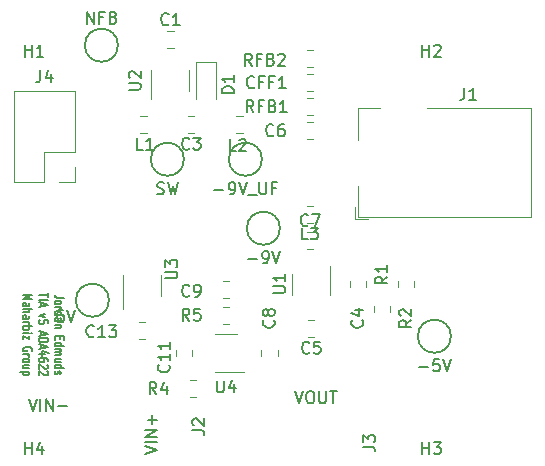
<source format=gbr>
%TF.GenerationSoftware,KiCad,Pcbnew,(5.1.6-0-10_14)*%
%TF.CreationDate,2021-02-25T14:42:38-08:00*%
%TF.ProjectId,TIADevBoard,54494144-6576-4426-9f61-72642e6b6963,rev?*%
%TF.SameCoordinates,Original*%
%TF.FileFunction,Legend,Top*%
%TF.FilePolarity,Positive*%
%FSLAX46Y46*%
G04 Gerber Fmt 4.6, Leading zero omitted, Abs format (unit mm)*
G04 Created by KiCad (PCBNEW (5.1.6-0-10_14)) date 2021-02-25 14:42:38*
%MOMM*%
%LPD*%
G01*
G04 APERTURE LIST*
%ADD10C,0.150000*%
%ADD11C,0.120000*%
G04 APERTURE END LIST*
D10*
X93241880Y-110172285D02*
X94241880Y-109838952D01*
X93241880Y-109505619D01*
X94241880Y-109172285D02*
X93241880Y-109172285D01*
X94241880Y-108696095D02*
X93241880Y-108696095D01*
X94241880Y-108124666D01*
X93241880Y-108124666D01*
X93860928Y-107648476D02*
X93860928Y-106886571D01*
X94241880Y-107267523D02*
X93479976Y-107267523D01*
X105934095Y-104862380D02*
X106267428Y-105862380D01*
X106600761Y-104862380D01*
X107124571Y-104862380D02*
X107315047Y-104862380D01*
X107410285Y-104910000D01*
X107505523Y-105005238D01*
X107553142Y-105195714D01*
X107553142Y-105529047D01*
X107505523Y-105719523D01*
X107410285Y-105814761D01*
X107315047Y-105862380D01*
X107124571Y-105862380D01*
X107029333Y-105814761D01*
X106934095Y-105719523D01*
X106886476Y-105529047D01*
X106886476Y-105195714D01*
X106934095Y-105005238D01*
X107029333Y-104910000D01*
X107124571Y-104862380D01*
X107981714Y-104862380D02*
X107981714Y-105671904D01*
X108029333Y-105767142D01*
X108076952Y-105814761D01*
X108172190Y-105862380D01*
X108362666Y-105862380D01*
X108457904Y-105814761D01*
X108505523Y-105767142D01*
X108553142Y-105671904D01*
X108553142Y-104862380D01*
X108886476Y-104862380D02*
X109457904Y-104862380D01*
X109172190Y-105862380D02*
X109172190Y-104862380D01*
X83375714Y-105497380D02*
X83709047Y-106497380D01*
X84042380Y-105497380D01*
X84375714Y-106497380D02*
X84375714Y-105497380D01*
X84851904Y-106497380D02*
X84851904Y-105497380D01*
X85423333Y-106497380D01*
X85423333Y-105497380D01*
X85899523Y-106116428D02*
X86661428Y-106116428D01*
X86370095Y-96933142D02*
X85798666Y-96933142D01*
X85684380Y-96904571D01*
X85608190Y-96847428D01*
X85570095Y-96761714D01*
X85570095Y-96704571D01*
X85570095Y-97304571D02*
X85608190Y-97247428D01*
X85646285Y-97218857D01*
X85722476Y-97190285D01*
X85951047Y-97190285D01*
X86027238Y-97218857D01*
X86065333Y-97247428D01*
X86103428Y-97304571D01*
X86103428Y-97390285D01*
X86065333Y-97447428D01*
X86027238Y-97476000D01*
X85951047Y-97504571D01*
X85722476Y-97504571D01*
X85646285Y-97476000D01*
X85608190Y-97447428D01*
X85570095Y-97390285D01*
X85570095Y-97304571D01*
X85570095Y-97761714D02*
X86103428Y-97761714D01*
X85951047Y-97761714D02*
X86027238Y-97790285D01*
X86065333Y-97818857D01*
X86103428Y-97876000D01*
X86103428Y-97933142D01*
X85570095Y-98390285D02*
X86370095Y-98390285D01*
X85608190Y-98390285D02*
X85570095Y-98333142D01*
X85570095Y-98218857D01*
X85608190Y-98161714D01*
X85646285Y-98133142D01*
X85722476Y-98104571D01*
X85951047Y-98104571D01*
X86027238Y-98133142D01*
X86065333Y-98161714D01*
X86103428Y-98218857D01*
X86103428Y-98333142D01*
X86065333Y-98390285D01*
X85570095Y-98933142D02*
X85989142Y-98933142D01*
X86065333Y-98904571D01*
X86103428Y-98847428D01*
X86103428Y-98733142D01*
X86065333Y-98676000D01*
X85608190Y-98933142D02*
X85570095Y-98876000D01*
X85570095Y-98733142D01*
X85608190Y-98676000D01*
X85684380Y-98647428D01*
X85760571Y-98647428D01*
X85836761Y-98676000D01*
X85874857Y-98733142D01*
X85874857Y-98876000D01*
X85912952Y-98933142D01*
X86103428Y-99218857D02*
X85570095Y-99218857D01*
X86027238Y-99218857D02*
X86065333Y-99247428D01*
X86103428Y-99304571D01*
X86103428Y-99390285D01*
X86065333Y-99447428D01*
X85989142Y-99476000D01*
X85570095Y-99476000D01*
X85989142Y-100218857D02*
X85989142Y-100418857D01*
X85570095Y-100504571D02*
X85570095Y-100218857D01*
X86370095Y-100218857D01*
X86370095Y-100504571D01*
X85570095Y-101018857D02*
X86370095Y-101018857D01*
X85608190Y-101018857D02*
X85570095Y-100961714D01*
X85570095Y-100847428D01*
X85608190Y-100790285D01*
X85646285Y-100761714D01*
X85722476Y-100733142D01*
X85951047Y-100733142D01*
X86027238Y-100761714D01*
X86065333Y-100790285D01*
X86103428Y-100847428D01*
X86103428Y-100961714D01*
X86065333Y-101018857D01*
X85570095Y-101304571D02*
X86103428Y-101304571D01*
X86027238Y-101304571D02*
X86065333Y-101333142D01*
X86103428Y-101390285D01*
X86103428Y-101476000D01*
X86065333Y-101533142D01*
X85989142Y-101561714D01*
X85570095Y-101561714D01*
X85989142Y-101561714D02*
X86065333Y-101590285D01*
X86103428Y-101647428D01*
X86103428Y-101733142D01*
X86065333Y-101790285D01*
X85989142Y-101818857D01*
X85570095Y-101818857D01*
X86103428Y-102361714D02*
X85570095Y-102361714D01*
X86103428Y-102104571D02*
X85684380Y-102104571D01*
X85608190Y-102133142D01*
X85570095Y-102190285D01*
X85570095Y-102276000D01*
X85608190Y-102333142D01*
X85646285Y-102361714D01*
X85570095Y-102904571D02*
X86370095Y-102904571D01*
X85608190Y-102904571D02*
X85570095Y-102847428D01*
X85570095Y-102733142D01*
X85608190Y-102676000D01*
X85646285Y-102647428D01*
X85722476Y-102618857D01*
X85951047Y-102618857D01*
X86027238Y-102647428D01*
X86065333Y-102676000D01*
X86103428Y-102733142D01*
X86103428Y-102847428D01*
X86065333Y-102904571D01*
X85608190Y-103161714D02*
X85570095Y-103218857D01*
X85570095Y-103333142D01*
X85608190Y-103390285D01*
X85684380Y-103418857D01*
X85722476Y-103418857D01*
X85798666Y-103390285D01*
X85836761Y-103333142D01*
X85836761Y-103247428D01*
X85874857Y-103190285D01*
X85951047Y-103161714D01*
X85989142Y-103161714D01*
X86065333Y-103190285D01*
X86103428Y-103247428D01*
X86103428Y-103333142D01*
X86065333Y-103390285D01*
X85020095Y-96576000D02*
X85020095Y-96918857D01*
X84220095Y-96747428D02*
X85020095Y-96747428D01*
X84220095Y-97118857D02*
X85020095Y-97118857D01*
X84448666Y-97376000D02*
X84448666Y-97661714D01*
X84220095Y-97318857D02*
X85020095Y-97518857D01*
X84220095Y-97718857D01*
X84753428Y-98318857D02*
X84220095Y-98461714D01*
X84753428Y-98604571D01*
X85020095Y-99118857D02*
X85020095Y-98833142D01*
X84639142Y-98804571D01*
X84677238Y-98833142D01*
X84715333Y-98890285D01*
X84715333Y-99033142D01*
X84677238Y-99090285D01*
X84639142Y-99118857D01*
X84562952Y-99147428D01*
X84372476Y-99147428D01*
X84296285Y-99118857D01*
X84258190Y-99090285D01*
X84220095Y-99033142D01*
X84220095Y-98890285D01*
X84258190Y-98833142D01*
X84296285Y-98804571D01*
X84448666Y-99833142D02*
X84448666Y-100118857D01*
X84220095Y-99776000D02*
X85020095Y-99976000D01*
X84220095Y-100176000D01*
X84220095Y-100376000D02*
X85020095Y-100376000D01*
X85020095Y-100518857D01*
X84982000Y-100604571D01*
X84905809Y-100661714D01*
X84829619Y-100690285D01*
X84677238Y-100718857D01*
X84562952Y-100718857D01*
X84410571Y-100690285D01*
X84334380Y-100661714D01*
X84258190Y-100604571D01*
X84220095Y-100518857D01*
X84220095Y-100376000D01*
X84448666Y-100947428D02*
X84448666Y-101233142D01*
X84220095Y-100890285D02*
X85020095Y-101090285D01*
X84220095Y-101290285D01*
X84753428Y-101747428D02*
X84220095Y-101747428D01*
X85058190Y-101604571D02*
X84486761Y-101461714D01*
X84486761Y-101833142D01*
X85020095Y-102318857D02*
X85020095Y-102204571D01*
X84982000Y-102147428D01*
X84943904Y-102118857D01*
X84829619Y-102061714D01*
X84677238Y-102033142D01*
X84372476Y-102033142D01*
X84296285Y-102061714D01*
X84258190Y-102090285D01*
X84220095Y-102147428D01*
X84220095Y-102261714D01*
X84258190Y-102318857D01*
X84296285Y-102347428D01*
X84372476Y-102376000D01*
X84562952Y-102376000D01*
X84639142Y-102347428D01*
X84677238Y-102318857D01*
X84715333Y-102261714D01*
X84715333Y-102147428D01*
X84677238Y-102090285D01*
X84639142Y-102061714D01*
X84562952Y-102033142D01*
X84943904Y-102604571D02*
X84982000Y-102633142D01*
X85020095Y-102690285D01*
X85020095Y-102833142D01*
X84982000Y-102890285D01*
X84943904Y-102918857D01*
X84867714Y-102947428D01*
X84791523Y-102947428D01*
X84677238Y-102918857D01*
X84220095Y-102576000D01*
X84220095Y-102947428D01*
X84943904Y-103176000D02*
X84982000Y-103204571D01*
X85020095Y-103261714D01*
X85020095Y-103404571D01*
X84982000Y-103461714D01*
X84943904Y-103490285D01*
X84867714Y-103518857D01*
X84791523Y-103518857D01*
X84677238Y-103490285D01*
X84220095Y-103147428D01*
X84220095Y-103518857D01*
X82870095Y-96690285D02*
X83670095Y-96690285D01*
X83098666Y-96890285D01*
X83670095Y-97090285D01*
X82870095Y-97090285D01*
X82870095Y-97633142D02*
X83289142Y-97633142D01*
X83365333Y-97604571D01*
X83403428Y-97547428D01*
X83403428Y-97433142D01*
X83365333Y-97376000D01*
X82908190Y-97633142D02*
X82870095Y-97576000D01*
X82870095Y-97433142D01*
X82908190Y-97376000D01*
X82984380Y-97347428D01*
X83060571Y-97347428D01*
X83136761Y-97376000D01*
X83174857Y-97433142D01*
X83174857Y-97576000D01*
X83212952Y-97633142D01*
X82870095Y-97918857D02*
X83670095Y-97918857D01*
X82870095Y-98176000D02*
X83289142Y-98176000D01*
X83365333Y-98147428D01*
X83403428Y-98090285D01*
X83403428Y-98004571D01*
X83365333Y-97947428D01*
X83327238Y-97918857D01*
X82870095Y-98718857D02*
X83289142Y-98718857D01*
X83365333Y-98690285D01*
X83403428Y-98633142D01*
X83403428Y-98518857D01*
X83365333Y-98461714D01*
X82908190Y-98718857D02*
X82870095Y-98661714D01*
X82870095Y-98518857D01*
X82908190Y-98461714D01*
X82984380Y-98433142D01*
X83060571Y-98433142D01*
X83136761Y-98461714D01*
X83174857Y-98518857D01*
X83174857Y-98661714D01*
X83212952Y-98718857D01*
X82870095Y-99004571D02*
X83403428Y-99004571D01*
X83251047Y-99004571D02*
X83327238Y-99033142D01*
X83365333Y-99061714D01*
X83403428Y-99118857D01*
X83403428Y-99176000D01*
X82870095Y-99376000D02*
X83670095Y-99376000D01*
X83365333Y-99376000D02*
X83403428Y-99433142D01*
X83403428Y-99547428D01*
X83365333Y-99604571D01*
X83327238Y-99633142D01*
X83251047Y-99661714D01*
X83022476Y-99661714D01*
X82946285Y-99633142D01*
X82908190Y-99604571D01*
X82870095Y-99547428D01*
X82870095Y-99433142D01*
X82908190Y-99376000D01*
X82870095Y-99918857D02*
X83403428Y-99918857D01*
X83670095Y-99918857D02*
X83632000Y-99890285D01*
X83593904Y-99918857D01*
X83632000Y-99947428D01*
X83670095Y-99918857D01*
X83593904Y-99918857D01*
X83403428Y-100147428D02*
X83403428Y-100461714D01*
X82870095Y-100147428D01*
X82870095Y-100461714D01*
X83632000Y-101461714D02*
X83670095Y-101404571D01*
X83670095Y-101318857D01*
X83632000Y-101233142D01*
X83555809Y-101176000D01*
X83479619Y-101147428D01*
X83327238Y-101118857D01*
X83212952Y-101118857D01*
X83060571Y-101147428D01*
X82984380Y-101176000D01*
X82908190Y-101233142D01*
X82870095Y-101318857D01*
X82870095Y-101376000D01*
X82908190Y-101461714D01*
X82946285Y-101490285D01*
X83212952Y-101490285D01*
X83212952Y-101376000D01*
X82870095Y-101747428D02*
X83403428Y-101747428D01*
X83251047Y-101747428D02*
X83327238Y-101776000D01*
X83365333Y-101804571D01*
X83403428Y-101861714D01*
X83403428Y-101918857D01*
X82870095Y-102204571D02*
X82908190Y-102147428D01*
X82946285Y-102118857D01*
X83022476Y-102090285D01*
X83251047Y-102090285D01*
X83327238Y-102118857D01*
X83365333Y-102147428D01*
X83403428Y-102204571D01*
X83403428Y-102290285D01*
X83365333Y-102347428D01*
X83327238Y-102376000D01*
X83251047Y-102404571D01*
X83022476Y-102404571D01*
X82946285Y-102376000D01*
X82908190Y-102347428D01*
X82870095Y-102290285D01*
X82870095Y-102204571D01*
X83403428Y-102918857D02*
X82870095Y-102918857D01*
X83403428Y-102661714D02*
X82984380Y-102661714D01*
X82908190Y-102690285D01*
X82870095Y-102747428D01*
X82870095Y-102833142D01*
X82908190Y-102890285D01*
X82946285Y-102918857D01*
X83403428Y-103204571D02*
X82603428Y-103204571D01*
X83365333Y-103204571D02*
X83403428Y-103261714D01*
X83403428Y-103376000D01*
X83365333Y-103433142D01*
X83327238Y-103461714D01*
X83251047Y-103490285D01*
X83022476Y-103490285D01*
X82946285Y-103461714D01*
X82908190Y-103433142D01*
X82870095Y-103376000D01*
X82870095Y-103261714D01*
X82908190Y-103204571D01*
D11*
%TO.C,U2*%
X96921000Y-79466000D02*
X96921000Y-77666000D01*
X93701000Y-77666000D02*
X93701000Y-80116000D01*
%TO.C,U1*%
X105705000Y-94938000D02*
X105705000Y-96738000D01*
X108925000Y-96738000D02*
X108925000Y-94288000D01*
%TO.C,R4*%
X97534252Y-105358000D02*
X97011748Y-105358000D01*
X97534252Y-103938000D02*
X97011748Y-103938000D01*
%TO.C,R5*%
X100337252Y-99135000D02*
X99814748Y-99135000D01*
X100337252Y-97715000D02*
X99814748Y-97715000D01*
%TO.C,C13*%
X92711748Y-98985000D02*
X93234252Y-98985000D01*
X92711748Y-100405000D02*
X93234252Y-100405000D01*
%TO.C,C11*%
X97230000Y-101329748D02*
X97230000Y-101852252D01*
X95810000Y-101329748D02*
X95810000Y-101852252D01*
%TO.C,C9*%
X100346252Y-96976000D02*
X99823748Y-96976000D01*
X100346252Y-95556000D02*
X99823748Y-95556000D01*
%TO.C,U4*%
X100976000Y-99990000D02*
X99176000Y-99990000D01*
X99176000Y-103210000D02*
X101626000Y-103210000D01*
D10*
%TO.C,TP6*%
X90935000Y-75565000D02*
G75*
G03*
X90935000Y-75565000I-1400000J0D01*
G01*
%TO.C,TP5*%
X96523000Y-85217000D02*
G75*
G03*
X96523000Y-85217000I-1400000J0D01*
G01*
%TO.C,TP4*%
X103127000Y-85217000D02*
G75*
G03*
X103127000Y-85217000I-1400000J0D01*
G01*
%TO.C,TP3*%
X119129000Y-100203000D02*
G75*
G03*
X119129000Y-100203000I-1400000J0D01*
G01*
%TO.C,TP2*%
X104651000Y-91059000D02*
G75*
G03*
X104651000Y-91059000I-1400000J0D01*
G01*
D11*
%TO.C,RFB2*%
X106917748Y-75998000D02*
X107440252Y-75998000D01*
X106917748Y-77418000D02*
X107440252Y-77418000D01*
%TO.C,RFB1*%
X107458252Y-81482000D02*
X106935748Y-81482000D01*
X107458252Y-80062000D02*
X106935748Y-80062000D01*
%TO.C,R2*%
X114615000Y-96019252D02*
X114615000Y-95496748D01*
X116035000Y-96019252D02*
X116035000Y-95496748D01*
%TO.C,R1*%
X112574000Y-98187252D02*
X112574000Y-97664748D01*
X113994000Y-98187252D02*
X113994000Y-97664748D01*
%TO.C,L3*%
X107449252Y-90617000D02*
X106926748Y-90617000D01*
X107449252Y-89197000D02*
X106926748Y-89197000D01*
%TO.C,L2*%
X100966748Y-81586000D02*
X101489252Y-81586000D01*
X100966748Y-83006000D02*
X101489252Y-83006000D01*
%TO.C,L1*%
X92838748Y-81586000D02*
X93361252Y-81586000D01*
X92838748Y-83006000D02*
X93361252Y-83006000D01*
%TO.C,J1*%
X111241000Y-90071000D02*
X111241000Y-87471000D01*
X125941000Y-90071000D02*
X111241000Y-90071000D01*
X111241000Y-80871000D02*
X113141000Y-80871000D01*
X111241000Y-83571000D02*
X111241000Y-80871000D01*
X125941000Y-80871000D02*
X125941000Y-90071000D01*
X117141000Y-80871000D02*
X125941000Y-80871000D01*
X112091000Y-90271000D02*
X111041000Y-90271000D01*
X111041000Y-89221000D02*
X111041000Y-90271000D01*
%TO.C,D1*%
X99275000Y-76987000D02*
X97575000Y-76987000D01*
X97575000Y-76987000D02*
X97575000Y-80137000D01*
X99275000Y-76987000D02*
X99275000Y-80137000D01*
%TO.C,CFF1*%
X107440252Y-79450000D02*
X106917748Y-79450000D01*
X107440252Y-78030000D02*
X106917748Y-78030000D01*
%TO.C,C8*%
X104469000Y-101338748D02*
X104469000Y-101861252D01*
X103049000Y-101338748D02*
X103049000Y-101861252D01*
%TO.C,C7*%
X106935748Y-91365000D02*
X107458252Y-91365000D01*
X106935748Y-92785000D02*
X107458252Y-92785000D01*
%TO.C,C6*%
X107458252Y-83514000D02*
X106935748Y-83514000D01*
X107458252Y-82094000D02*
X106935748Y-82094000D01*
%TO.C,C5*%
X107567252Y-100278000D02*
X107044748Y-100278000D01*
X107567252Y-98858000D02*
X107044748Y-98858000D01*
%TO.C,C4*%
X110542000Y-96010252D02*
X110542000Y-95487748D01*
X111962000Y-96010252D02*
X111962000Y-95487748D01*
%TO.C,C3*%
X97407252Y-83006000D02*
X96884748Y-83006000D01*
X97407252Y-81586000D02*
X96884748Y-81586000D01*
%TO.C,C1*%
X95124748Y-74347000D02*
X95647252Y-74347000D01*
X95124748Y-75767000D02*
X95647252Y-75767000D01*
%TO.C,J4*%
X87309000Y-79442000D02*
X82109000Y-79442000D01*
X87309000Y-84582000D02*
X87309000Y-79442000D01*
X82109000Y-87182000D02*
X82109000Y-79442000D01*
X87309000Y-84582000D02*
X84709000Y-84582000D01*
X84709000Y-84582000D02*
X84709000Y-87182000D01*
X84709000Y-87182000D02*
X82109000Y-87182000D01*
X87309000Y-85852000D02*
X87309000Y-87182000D01*
X87309000Y-87182000D02*
X85979000Y-87182000D01*
D10*
%TO.C,TP1*%
X90173000Y-97155000D02*
G75*
G03*
X90173000Y-97155000I-1400000J0D01*
G01*
D11*
%TO.C,U3*%
X94574000Y-96785000D02*
X94574000Y-94985000D01*
X91354000Y-94985000D02*
X91354000Y-97935000D01*
%TO.C,U2*%
D10*
X91863380Y-79327904D02*
X92672904Y-79327904D01*
X92768142Y-79280285D01*
X92815761Y-79232666D01*
X92863380Y-79137428D01*
X92863380Y-78946952D01*
X92815761Y-78851714D01*
X92768142Y-78804095D01*
X92672904Y-78756476D01*
X91863380Y-78756476D01*
X91958619Y-78327904D02*
X91911000Y-78280285D01*
X91863380Y-78185047D01*
X91863380Y-77946952D01*
X91911000Y-77851714D01*
X91958619Y-77804095D01*
X92053857Y-77756476D01*
X92149095Y-77756476D01*
X92291952Y-77804095D01*
X92863380Y-78375523D01*
X92863380Y-77756476D01*
%TO.C,U1*%
X104100380Y-96519904D02*
X104909904Y-96519904D01*
X105005142Y-96472285D01*
X105052761Y-96424666D01*
X105100380Y-96329428D01*
X105100380Y-96138952D01*
X105052761Y-96043714D01*
X105005142Y-95996095D01*
X104909904Y-95948476D01*
X104100380Y-95948476D01*
X105100380Y-94948476D02*
X105100380Y-95519904D01*
X105100380Y-95234190D02*
X104100380Y-95234190D01*
X104243238Y-95329428D01*
X104338476Y-95424666D01*
X104386095Y-95519904D01*
%TO.C,R4*%
X94194333Y-105100380D02*
X93861000Y-104624190D01*
X93622904Y-105100380D02*
X93622904Y-104100380D01*
X94003857Y-104100380D01*
X94099095Y-104148000D01*
X94146714Y-104195619D01*
X94194333Y-104290857D01*
X94194333Y-104433714D01*
X94146714Y-104528952D01*
X94099095Y-104576571D01*
X94003857Y-104624190D01*
X93622904Y-104624190D01*
X95051476Y-104433714D02*
X95051476Y-105100380D01*
X94813380Y-104052761D02*
X94575285Y-104767047D01*
X95194333Y-104767047D01*
%TO.C,R5*%
X96988333Y-98877380D02*
X96655000Y-98401190D01*
X96416904Y-98877380D02*
X96416904Y-97877380D01*
X96797857Y-97877380D01*
X96893095Y-97925000D01*
X96940714Y-97972619D01*
X96988333Y-98067857D01*
X96988333Y-98210714D01*
X96940714Y-98305952D01*
X96893095Y-98353571D01*
X96797857Y-98401190D01*
X96416904Y-98401190D01*
X97893095Y-97877380D02*
X97416904Y-97877380D01*
X97369285Y-98353571D01*
X97416904Y-98305952D01*
X97512142Y-98258333D01*
X97750238Y-98258333D01*
X97845476Y-98305952D01*
X97893095Y-98353571D01*
X97940714Y-98448809D01*
X97940714Y-98686904D01*
X97893095Y-98782142D01*
X97845476Y-98829761D01*
X97750238Y-98877380D01*
X97512142Y-98877380D01*
X97416904Y-98829761D01*
X97369285Y-98782142D01*
%TO.C,J3*%
X111696380Y-109560533D02*
X112410666Y-109560533D01*
X112553523Y-109608152D01*
X112648761Y-109703390D01*
X112696380Y-109846247D01*
X112696380Y-109941485D01*
X111696380Y-109179580D02*
X111696380Y-108560533D01*
X112077333Y-108893866D01*
X112077333Y-108751009D01*
X112124952Y-108655771D01*
X112172571Y-108608152D01*
X112267809Y-108560533D01*
X112505904Y-108560533D01*
X112601142Y-108608152D01*
X112648761Y-108655771D01*
X112696380Y-108751009D01*
X112696380Y-109036723D01*
X112648761Y-109131961D01*
X112601142Y-109179580D01*
%TO.C,C13*%
X88892142Y-100179142D02*
X88844523Y-100226761D01*
X88701666Y-100274380D01*
X88606428Y-100274380D01*
X88463571Y-100226761D01*
X88368333Y-100131523D01*
X88320714Y-100036285D01*
X88273095Y-99845809D01*
X88273095Y-99702952D01*
X88320714Y-99512476D01*
X88368333Y-99417238D01*
X88463571Y-99322000D01*
X88606428Y-99274380D01*
X88701666Y-99274380D01*
X88844523Y-99322000D01*
X88892142Y-99369619D01*
X89844523Y-100274380D02*
X89273095Y-100274380D01*
X89558809Y-100274380D02*
X89558809Y-99274380D01*
X89463571Y-99417238D01*
X89368333Y-99512476D01*
X89273095Y-99560095D01*
X90177857Y-99274380D02*
X90796904Y-99274380D01*
X90463571Y-99655333D01*
X90606428Y-99655333D01*
X90701666Y-99702952D01*
X90749285Y-99750571D01*
X90796904Y-99845809D01*
X90796904Y-100083904D01*
X90749285Y-100179142D01*
X90701666Y-100226761D01*
X90606428Y-100274380D01*
X90320714Y-100274380D01*
X90225476Y-100226761D01*
X90177857Y-100179142D01*
%TO.C,C11*%
X95226142Y-102623857D02*
X95273761Y-102671476D01*
X95321380Y-102814333D01*
X95321380Y-102909571D01*
X95273761Y-103052428D01*
X95178523Y-103147666D01*
X95083285Y-103195285D01*
X94892809Y-103242904D01*
X94749952Y-103242904D01*
X94559476Y-103195285D01*
X94464238Y-103147666D01*
X94369000Y-103052428D01*
X94321380Y-102909571D01*
X94321380Y-102814333D01*
X94369000Y-102671476D01*
X94416619Y-102623857D01*
X95321380Y-101671476D02*
X95321380Y-102242904D01*
X95321380Y-101957190D02*
X94321380Y-101957190D01*
X94464238Y-102052428D01*
X94559476Y-102147666D01*
X94607095Y-102242904D01*
X95321380Y-100719095D02*
X95321380Y-101290523D01*
X95321380Y-101004809D02*
X94321380Y-101004809D01*
X94464238Y-101100047D01*
X94559476Y-101195285D01*
X94607095Y-101290523D01*
%TO.C,C9*%
X96988333Y-96750142D02*
X96940714Y-96797761D01*
X96797857Y-96845380D01*
X96702619Y-96845380D01*
X96559761Y-96797761D01*
X96464523Y-96702523D01*
X96416904Y-96607285D01*
X96369285Y-96416809D01*
X96369285Y-96273952D01*
X96416904Y-96083476D01*
X96464523Y-95988238D01*
X96559761Y-95893000D01*
X96702619Y-95845380D01*
X96797857Y-95845380D01*
X96940714Y-95893000D01*
X96988333Y-95940619D01*
X97464523Y-96845380D02*
X97655000Y-96845380D01*
X97750238Y-96797761D01*
X97797857Y-96750142D01*
X97893095Y-96607285D01*
X97940714Y-96416809D01*
X97940714Y-96035857D01*
X97893095Y-95940619D01*
X97845476Y-95893000D01*
X97750238Y-95845380D01*
X97559761Y-95845380D01*
X97464523Y-95893000D01*
X97416904Y-95940619D01*
X97369285Y-96035857D01*
X97369285Y-96273952D01*
X97416904Y-96369190D01*
X97464523Y-96416809D01*
X97559761Y-96464428D01*
X97750238Y-96464428D01*
X97845476Y-96416809D01*
X97893095Y-96369190D01*
X97940714Y-96273952D01*
%TO.C,U4*%
X99314095Y-103952380D02*
X99314095Y-104761904D01*
X99361714Y-104857142D01*
X99409333Y-104904761D01*
X99504571Y-104952380D01*
X99695047Y-104952380D01*
X99790285Y-104904761D01*
X99837904Y-104857142D01*
X99885523Y-104761904D01*
X99885523Y-103952380D01*
X100790285Y-104285714D02*
X100790285Y-104952380D01*
X100552190Y-103904761D02*
X100314095Y-104619047D01*
X100933142Y-104619047D01*
%TO.C,TP6*%
X88320714Y-73731380D02*
X88320714Y-72731380D01*
X88892142Y-73731380D01*
X88892142Y-72731380D01*
X89701666Y-73207571D02*
X89368333Y-73207571D01*
X89368333Y-73731380D02*
X89368333Y-72731380D01*
X89844523Y-72731380D01*
X90558809Y-73207571D02*
X90701666Y-73255190D01*
X90749285Y-73302809D01*
X90796904Y-73398047D01*
X90796904Y-73540904D01*
X90749285Y-73636142D01*
X90701666Y-73683761D01*
X90606428Y-73731380D01*
X90225476Y-73731380D01*
X90225476Y-72731380D01*
X90558809Y-72731380D01*
X90654047Y-72779000D01*
X90701666Y-72826619D01*
X90749285Y-72921857D01*
X90749285Y-73017095D01*
X90701666Y-73112333D01*
X90654047Y-73159952D01*
X90558809Y-73207571D01*
X90225476Y-73207571D01*
%TO.C,TP5*%
X94265857Y-88121761D02*
X94408714Y-88169380D01*
X94646809Y-88169380D01*
X94742047Y-88121761D01*
X94789666Y-88074142D01*
X94837285Y-87978904D01*
X94837285Y-87883666D01*
X94789666Y-87788428D01*
X94742047Y-87740809D01*
X94646809Y-87693190D01*
X94456333Y-87645571D01*
X94361095Y-87597952D01*
X94313476Y-87550333D01*
X94265857Y-87455095D01*
X94265857Y-87359857D01*
X94313476Y-87264619D01*
X94361095Y-87217000D01*
X94456333Y-87169380D01*
X94694428Y-87169380D01*
X94837285Y-87217000D01*
X95170619Y-87169380D02*
X95408714Y-88169380D01*
X95599190Y-87455095D01*
X95789666Y-88169380D01*
X96027761Y-87169380D01*
%TO.C,TP4*%
X99107952Y-87788428D02*
X99869857Y-87788428D01*
X100393666Y-88169380D02*
X100584142Y-88169380D01*
X100679380Y-88121761D01*
X100727000Y-88074142D01*
X100822238Y-87931285D01*
X100869857Y-87740809D01*
X100869857Y-87359857D01*
X100822238Y-87264619D01*
X100774619Y-87217000D01*
X100679380Y-87169380D01*
X100488904Y-87169380D01*
X100393666Y-87217000D01*
X100346047Y-87264619D01*
X100298428Y-87359857D01*
X100298428Y-87597952D01*
X100346047Y-87693190D01*
X100393666Y-87740809D01*
X100488904Y-87788428D01*
X100679380Y-87788428D01*
X100774619Y-87740809D01*
X100822238Y-87693190D01*
X100869857Y-87597952D01*
X101155571Y-87169380D02*
X101488904Y-88169380D01*
X101822238Y-87169380D01*
X101917476Y-88264619D02*
X102679380Y-88264619D01*
X102917476Y-87169380D02*
X102917476Y-87978904D01*
X102965095Y-88074142D01*
X103012714Y-88121761D01*
X103107952Y-88169380D01*
X103298428Y-88169380D01*
X103393666Y-88121761D01*
X103441285Y-88074142D01*
X103488904Y-87978904D01*
X103488904Y-87169380D01*
X104298428Y-87645571D02*
X103965095Y-87645571D01*
X103965095Y-88169380D02*
X103965095Y-87169380D01*
X104441285Y-87169380D01*
%TO.C,TP3*%
X116443285Y-102774428D02*
X117205190Y-102774428D01*
X118157571Y-102155380D02*
X117681380Y-102155380D01*
X117633761Y-102631571D01*
X117681380Y-102583952D01*
X117776619Y-102536333D01*
X118014714Y-102536333D01*
X118109952Y-102583952D01*
X118157571Y-102631571D01*
X118205190Y-102726809D01*
X118205190Y-102964904D01*
X118157571Y-103060142D01*
X118109952Y-103107761D01*
X118014714Y-103155380D01*
X117776619Y-103155380D01*
X117681380Y-103107761D01*
X117633761Y-103060142D01*
X118490904Y-102155380D02*
X118824238Y-103155380D01*
X119157571Y-102155380D01*
%TO.C,TP2*%
X101965285Y-93630428D02*
X102727190Y-93630428D01*
X103251000Y-94011380D02*
X103441476Y-94011380D01*
X103536714Y-93963761D01*
X103584333Y-93916142D01*
X103679571Y-93773285D01*
X103727190Y-93582809D01*
X103727190Y-93201857D01*
X103679571Y-93106619D01*
X103631952Y-93059000D01*
X103536714Y-93011380D01*
X103346238Y-93011380D01*
X103251000Y-93059000D01*
X103203380Y-93106619D01*
X103155761Y-93201857D01*
X103155761Y-93439952D01*
X103203380Y-93535190D01*
X103251000Y-93582809D01*
X103346238Y-93630428D01*
X103536714Y-93630428D01*
X103631952Y-93582809D01*
X103679571Y-93535190D01*
X103727190Y-93439952D01*
X104012904Y-93011380D02*
X104346238Y-94011380D01*
X104679571Y-93011380D01*
%TO.C,RFB2*%
X102264761Y-77287380D02*
X101931428Y-76811190D01*
X101693333Y-77287380D02*
X101693333Y-76287380D01*
X102074285Y-76287380D01*
X102169523Y-76335000D01*
X102217142Y-76382619D01*
X102264761Y-76477857D01*
X102264761Y-76620714D01*
X102217142Y-76715952D01*
X102169523Y-76763571D01*
X102074285Y-76811190D01*
X101693333Y-76811190D01*
X103026666Y-76763571D02*
X102693333Y-76763571D01*
X102693333Y-77287380D02*
X102693333Y-76287380D01*
X103169523Y-76287380D01*
X103883809Y-76763571D02*
X104026666Y-76811190D01*
X104074285Y-76858809D01*
X104121904Y-76954047D01*
X104121904Y-77096904D01*
X104074285Y-77192142D01*
X104026666Y-77239761D01*
X103931428Y-77287380D01*
X103550476Y-77287380D01*
X103550476Y-76287380D01*
X103883809Y-76287380D01*
X103979047Y-76335000D01*
X104026666Y-76382619D01*
X104074285Y-76477857D01*
X104074285Y-76573095D01*
X104026666Y-76668333D01*
X103979047Y-76715952D01*
X103883809Y-76763571D01*
X103550476Y-76763571D01*
X104502857Y-76382619D02*
X104550476Y-76335000D01*
X104645714Y-76287380D01*
X104883809Y-76287380D01*
X104979047Y-76335000D01*
X105026666Y-76382619D01*
X105074285Y-76477857D01*
X105074285Y-76573095D01*
X105026666Y-76715952D01*
X104455238Y-77287380D01*
X105074285Y-77287380D01*
%TO.C,RFB1*%
X102409761Y-81224380D02*
X102076428Y-80748190D01*
X101838333Y-81224380D02*
X101838333Y-80224380D01*
X102219285Y-80224380D01*
X102314523Y-80272000D01*
X102362142Y-80319619D01*
X102409761Y-80414857D01*
X102409761Y-80557714D01*
X102362142Y-80652952D01*
X102314523Y-80700571D01*
X102219285Y-80748190D01*
X101838333Y-80748190D01*
X103171666Y-80700571D02*
X102838333Y-80700571D01*
X102838333Y-81224380D02*
X102838333Y-80224380D01*
X103314523Y-80224380D01*
X104028809Y-80700571D02*
X104171666Y-80748190D01*
X104219285Y-80795809D01*
X104266904Y-80891047D01*
X104266904Y-81033904D01*
X104219285Y-81129142D01*
X104171666Y-81176761D01*
X104076428Y-81224380D01*
X103695476Y-81224380D01*
X103695476Y-80224380D01*
X104028809Y-80224380D01*
X104124047Y-80272000D01*
X104171666Y-80319619D01*
X104219285Y-80414857D01*
X104219285Y-80510095D01*
X104171666Y-80605333D01*
X104124047Y-80652952D01*
X104028809Y-80700571D01*
X103695476Y-80700571D01*
X105219285Y-81224380D02*
X104647857Y-81224380D01*
X104933571Y-81224380D02*
X104933571Y-80224380D01*
X104838333Y-80367238D01*
X104743095Y-80462476D01*
X104647857Y-80510095D01*
%TO.C,R2*%
X115768380Y-98845666D02*
X115292190Y-99179000D01*
X115768380Y-99417095D02*
X114768380Y-99417095D01*
X114768380Y-99036142D01*
X114816000Y-98940904D01*
X114863619Y-98893285D01*
X114958857Y-98845666D01*
X115101714Y-98845666D01*
X115196952Y-98893285D01*
X115244571Y-98940904D01*
X115292190Y-99036142D01*
X115292190Y-99417095D01*
X114863619Y-98464714D02*
X114816000Y-98417095D01*
X114768380Y-98321857D01*
X114768380Y-98083761D01*
X114816000Y-97988523D01*
X114863619Y-97940904D01*
X114958857Y-97893285D01*
X115054095Y-97893285D01*
X115196952Y-97940904D01*
X115768380Y-98512333D01*
X115768380Y-97893285D01*
%TO.C,R1*%
X113736380Y-95162666D02*
X113260190Y-95496000D01*
X113736380Y-95734095D02*
X112736380Y-95734095D01*
X112736380Y-95353142D01*
X112784000Y-95257904D01*
X112831619Y-95210285D01*
X112926857Y-95162666D01*
X113069714Y-95162666D01*
X113164952Y-95210285D01*
X113212571Y-95257904D01*
X113260190Y-95353142D01*
X113260190Y-95734095D01*
X113736380Y-94210285D02*
X113736380Y-94781714D01*
X113736380Y-94496000D02*
X112736380Y-94496000D01*
X112879238Y-94591238D01*
X112974476Y-94686476D01*
X113022095Y-94781714D01*
%TO.C,L3*%
X107021333Y-92009380D02*
X106545142Y-92009380D01*
X106545142Y-91009380D01*
X107259428Y-91009380D02*
X107878476Y-91009380D01*
X107545142Y-91390333D01*
X107688000Y-91390333D01*
X107783238Y-91437952D01*
X107830857Y-91485571D01*
X107878476Y-91580809D01*
X107878476Y-91818904D01*
X107830857Y-91914142D01*
X107783238Y-91961761D01*
X107688000Y-92009380D01*
X107402285Y-92009380D01*
X107307047Y-91961761D01*
X107259428Y-91914142D01*
%TO.C,L2*%
X100925333Y-84526380D02*
X100449142Y-84526380D01*
X100449142Y-83526380D01*
X101211047Y-83621619D02*
X101258666Y-83574000D01*
X101353904Y-83526380D01*
X101592000Y-83526380D01*
X101687238Y-83574000D01*
X101734857Y-83621619D01*
X101782476Y-83716857D01*
X101782476Y-83812095D01*
X101734857Y-83954952D01*
X101163428Y-84526380D01*
X101782476Y-84526380D01*
%TO.C,L1*%
X93051333Y-84399380D02*
X92575142Y-84399380D01*
X92575142Y-83399380D01*
X93908476Y-84399380D02*
X93337047Y-84399380D01*
X93622761Y-84399380D02*
X93622761Y-83399380D01*
X93527523Y-83542238D01*
X93432285Y-83637476D01*
X93337047Y-83685095D01*
%TO.C,J1*%
X120257666Y-79173380D02*
X120257666Y-79887666D01*
X120210047Y-80030523D01*
X120114809Y-80125761D01*
X119971952Y-80173380D01*
X119876714Y-80173380D01*
X121257666Y-80173380D02*
X120686238Y-80173380D01*
X120971952Y-80173380D02*
X120971952Y-79173380D01*
X120876714Y-79316238D01*
X120781476Y-79411476D01*
X120686238Y-79459095D01*
%TO.C,D1*%
X100727380Y-79625095D02*
X99727380Y-79625095D01*
X99727380Y-79387000D01*
X99775000Y-79244142D01*
X99870238Y-79148904D01*
X99965476Y-79101285D01*
X100155952Y-79053666D01*
X100298809Y-79053666D01*
X100489285Y-79101285D01*
X100584523Y-79148904D01*
X100679761Y-79244142D01*
X100727380Y-79387000D01*
X100727380Y-79625095D01*
X100727380Y-78101285D02*
X100727380Y-78672714D01*
X100727380Y-78387000D02*
X99727380Y-78387000D01*
X99870238Y-78482238D01*
X99965476Y-78577476D01*
X100013095Y-78672714D01*
%TO.C,CFF1*%
X102472190Y-79097142D02*
X102424571Y-79144761D01*
X102281714Y-79192380D01*
X102186476Y-79192380D01*
X102043619Y-79144761D01*
X101948380Y-79049523D01*
X101900761Y-78954285D01*
X101853142Y-78763809D01*
X101853142Y-78620952D01*
X101900761Y-78430476D01*
X101948380Y-78335238D01*
X102043619Y-78240000D01*
X102186476Y-78192380D01*
X102281714Y-78192380D01*
X102424571Y-78240000D01*
X102472190Y-78287619D01*
X103234095Y-78668571D02*
X102900761Y-78668571D01*
X102900761Y-79192380D02*
X102900761Y-78192380D01*
X103376952Y-78192380D01*
X104091238Y-78668571D02*
X103757904Y-78668571D01*
X103757904Y-79192380D02*
X103757904Y-78192380D01*
X104234095Y-78192380D01*
X105138857Y-79192380D02*
X104567428Y-79192380D01*
X104853142Y-79192380D02*
X104853142Y-78192380D01*
X104757904Y-78335238D01*
X104662666Y-78430476D01*
X104567428Y-78478095D01*
%TO.C,C8*%
X104116142Y-98845666D02*
X104163761Y-98893285D01*
X104211380Y-99036142D01*
X104211380Y-99131380D01*
X104163761Y-99274238D01*
X104068523Y-99369476D01*
X103973285Y-99417095D01*
X103782809Y-99464714D01*
X103639952Y-99464714D01*
X103449476Y-99417095D01*
X103354238Y-99369476D01*
X103259000Y-99274238D01*
X103211380Y-99131380D01*
X103211380Y-99036142D01*
X103259000Y-98893285D01*
X103306619Y-98845666D01*
X103639952Y-98274238D02*
X103592333Y-98369476D01*
X103544714Y-98417095D01*
X103449476Y-98464714D01*
X103401857Y-98464714D01*
X103306619Y-98417095D01*
X103259000Y-98369476D01*
X103211380Y-98274238D01*
X103211380Y-98083761D01*
X103259000Y-97988523D01*
X103306619Y-97940904D01*
X103401857Y-97893285D01*
X103449476Y-97893285D01*
X103544714Y-97940904D01*
X103592333Y-97988523D01*
X103639952Y-98083761D01*
X103639952Y-98274238D01*
X103687571Y-98369476D01*
X103735190Y-98417095D01*
X103830428Y-98464714D01*
X104020904Y-98464714D01*
X104116142Y-98417095D01*
X104163761Y-98369476D01*
X104211380Y-98274238D01*
X104211380Y-98083761D01*
X104163761Y-97988523D01*
X104116142Y-97940904D01*
X104020904Y-97893285D01*
X103830428Y-97893285D01*
X103735190Y-97940904D01*
X103687571Y-97988523D01*
X103639952Y-98083761D01*
%TO.C,C7*%
X107030333Y-90782142D02*
X106982714Y-90829761D01*
X106839857Y-90877380D01*
X106744619Y-90877380D01*
X106601761Y-90829761D01*
X106506523Y-90734523D01*
X106458904Y-90639285D01*
X106411285Y-90448809D01*
X106411285Y-90305952D01*
X106458904Y-90115476D01*
X106506523Y-90020238D01*
X106601761Y-89925000D01*
X106744619Y-89877380D01*
X106839857Y-89877380D01*
X106982714Y-89925000D01*
X107030333Y-89972619D01*
X107363666Y-89877380D02*
X108030333Y-89877380D01*
X107601761Y-90877380D01*
%TO.C,C6*%
X104100333Y-83161142D02*
X104052714Y-83208761D01*
X103909857Y-83256380D01*
X103814619Y-83256380D01*
X103671761Y-83208761D01*
X103576523Y-83113523D01*
X103528904Y-83018285D01*
X103481285Y-82827809D01*
X103481285Y-82684952D01*
X103528904Y-82494476D01*
X103576523Y-82399238D01*
X103671761Y-82304000D01*
X103814619Y-82256380D01*
X103909857Y-82256380D01*
X104052714Y-82304000D01*
X104100333Y-82351619D01*
X104957476Y-82256380D02*
X104767000Y-82256380D01*
X104671761Y-82304000D01*
X104624142Y-82351619D01*
X104528904Y-82494476D01*
X104481285Y-82684952D01*
X104481285Y-83065904D01*
X104528904Y-83161142D01*
X104576523Y-83208761D01*
X104671761Y-83256380D01*
X104862238Y-83256380D01*
X104957476Y-83208761D01*
X105005095Y-83161142D01*
X105052714Y-83065904D01*
X105052714Y-82827809D01*
X105005095Y-82732571D01*
X104957476Y-82684952D01*
X104862238Y-82637333D01*
X104671761Y-82637333D01*
X104576523Y-82684952D01*
X104528904Y-82732571D01*
X104481285Y-82827809D01*
%TO.C,C5*%
X107139333Y-101575142D02*
X107091714Y-101622761D01*
X106948857Y-101670380D01*
X106853619Y-101670380D01*
X106710761Y-101622761D01*
X106615523Y-101527523D01*
X106567904Y-101432285D01*
X106520285Y-101241809D01*
X106520285Y-101098952D01*
X106567904Y-100908476D01*
X106615523Y-100813238D01*
X106710761Y-100718000D01*
X106853619Y-100670380D01*
X106948857Y-100670380D01*
X107091714Y-100718000D01*
X107139333Y-100765619D01*
X108044095Y-100670380D02*
X107567904Y-100670380D01*
X107520285Y-101146571D01*
X107567904Y-101098952D01*
X107663142Y-101051333D01*
X107901238Y-101051333D01*
X107996476Y-101098952D01*
X108044095Y-101146571D01*
X108091714Y-101241809D01*
X108091714Y-101479904D01*
X108044095Y-101575142D01*
X107996476Y-101622761D01*
X107901238Y-101670380D01*
X107663142Y-101670380D01*
X107567904Y-101622761D01*
X107520285Y-101575142D01*
%TO.C,C4*%
X111609142Y-98845666D02*
X111656761Y-98893285D01*
X111704380Y-99036142D01*
X111704380Y-99131380D01*
X111656761Y-99274238D01*
X111561523Y-99369476D01*
X111466285Y-99417095D01*
X111275809Y-99464714D01*
X111132952Y-99464714D01*
X110942476Y-99417095D01*
X110847238Y-99369476D01*
X110752000Y-99274238D01*
X110704380Y-99131380D01*
X110704380Y-99036142D01*
X110752000Y-98893285D01*
X110799619Y-98845666D01*
X111037714Y-97988523D02*
X111704380Y-97988523D01*
X110656761Y-98226619D02*
X111371047Y-98464714D01*
X111371047Y-97845666D01*
%TO.C,C3*%
X96979333Y-84303142D02*
X96931714Y-84350761D01*
X96788857Y-84398380D01*
X96693619Y-84398380D01*
X96550761Y-84350761D01*
X96455523Y-84255523D01*
X96407904Y-84160285D01*
X96360285Y-83969809D01*
X96360285Y-83826952D01*
X96407904Y-83636476D01*
X96455523Y-83541238D01*
X96550761Y-83446000D01*
X96693619Y-83398380D01*
X96788857Y-83398380D01*
X96931714Y-83446000D01*
X96979333Y-83493619D01*
X97312666Y-83398380D02*
X97931714Y-83398380D01*
X97598380Y-83779333D01*
X97741238Y-83779333D01*
X97836476Y-83826952D01*
X97884095Y-83874571D01*
X97931714Y-83969809D01*
X97931714Y-84207904D01*
X97884095Y-84303142D01*
X97836476Y-84350761D01*
X97741238Y-84398380D01*
X97455523Y-84398380D01*
X97360285Y-84350761D01*
X97312666Y-84303142D01*
%TO.C,C1*%
X95219333Y-73764142D02*
X95171714Y-73811761D01*
X95028857Y-73859380D01*
X94933619Y-73859380D01*
X94790761Y-73811761D01*
X94695523Y-73716523D01*
X94647904Y-73621285D01*
X94600285Y-73430809D01*
X94600285Y-73287952D01*
X94647904Y-73097476D01*
X94695523Y-73002238D01*
X94790761Y-72907000D01*
X94933619Y-72859380D01*
X95028857Y-72859380D01*
X95171714Y-72907000D01*
X95219333Y-72954619D01*
X96171714Y-73859380D02*
X95600285Y-73859380D01*
X95886000Y-73859380D02*
X95886000Y-72859380D01*
X95790761Y-73002238D01*
X95695523Y-73097476D01*
X95600285Y-73145095D01*
%TO.C,J4*%
X84375666Y-77684380D02*
X84375666Y-78398666D01*
X84328047Y-78541523D01*
X84232809Y-78636761D01*
X84089952Y-78684380D01*
X83994714Y-78684380D01*
X85280428Y-78017714D02*
X85280428Y-78684380D01*
X85042333Y-77636761D02*
X84804238Y-78351047D01*
X85423285Y-78351047D01*
%TO.C,TP1*%
X86296523Y-98004380D02*
X85820333Y-98004380D01*
X85772714Y-98480571D01*
X85820333Y-98432952D01*
X85915571Y-98385333D01*
X86153666Y-98385333D01*
X86248904Y-98432952D01*
X86296523Y-98480571D01*
X86344142Y-98575809D01*
X86344142Y-98813904D01*
X86296523Y-98909142D01*
X86248904Y-98956761D01*
X86153666Y-99004380D01*
X85915571Y-99004380D01*
X85820333Y-98956761D01*
X85772714Y-98909142D01*
X86629857Y-98004380D02*
X86963190Y-99004380D01*
X87296523Y-98004380D01*
%TO.C,U3*%
X94956380Y-95296904D02*
X95765904Y-95296904D01*
X95861142Y-95249285D01*
X95908761Y-95201666D01*
X95956380Y-95106428D01*
X95956380Y-94915952D01*
X95908761Y-94820714D01*
X95861142Y-94773095D01*
X95765904Y-94725476D01*
X94956380Y-94725476D01*
X94956380Y-94344523D02*
X94956380Y-93725476D01*
X95337333Y-94058809D01*
X95337333Y-93915952D01*
X95384952Y-93820714D01*
X95432571Y-93773095D01*
X95527809Y-93725476D01*
X95765904Y-93725476D01*
X95861142Y-93773095D01*
X95908761Y-93820714D01*
X95956380Y-93915952D01*
X95956380Y-94201666D01*
X95908761Y-94296904D01*
X95861142Y-94344523D01*
%TO.C,J2*%
X97242380Y-108156333D02*
X97956666Y-108156333D01*
X98099523Y-108203952D01*
X98194761Y-108299190D01*
X98242380Y-108442047D01*
X98242380Y-108537285D01*
X97337619Y-107727761D02*
X97290000Y-107680142D01*
X97242380Y-107584904D01*
X97242380Y-107346809D01*
X97290000Y-107251571D01*
X97337619Y-107203952D01*
X97432857Y-107156333D01*
X97528095Y-107156333D01*
X97670952Y-107203952D01*
X98242380Y-107775380D01*
X98242380Y-107156333D01*
%TO.C,H4*%
X83058095Y-110172380D02*
X83058095Y-109172380D01*
X83058095Y-109648571D02*
X83629523Y-109648571D01*
X83629523Y-110172380D02*
X83629523Y-109172380D01*
X84534285Y-109505714D02*
X84534285Y-110172380D01*
X84296190Y-109124761D02*
X84058095Y-109839047D01*
X84677142Y-109839047D01*
%TO.C,H3*%
X116713095Y-110172380D02*
X116713095Y-109172380D01*
X116713095Y-109648571D02*
X117284523Y-109648571D01*
X117284523Y-110172380D02*
X117284523Y-109172380D01*
X117665476Y-109172380D02*
X118284523Y-109172380D01*
X117951190Y-109553333D01*
X118094047Y-109553333D01*
X118189285Y-109600952D01*
X118236904Y-109648571D01*
X118284523Y-109743809D01*
X118284523Y-109981904D01*
X118236904Y-110077142D01*
X118189285Y-110124761D01*
X118094047Y-110172380D01*
X117808333Y-110172380D01*
X117713095Y-110124761D01*
X117665476Y-110077142D01*
%TO.C,H2*%
X116713095Y-76517380D02*
X116713095Y-75517380D01*
X116713095Y-75993571D02*
X117284523Y-75993571D01*
X117284523Y-76517380D02*
X117284523Y-75517380D01*
X117713095Y-75612619D02*
X117760714Y-75565000D01*
X117855952Y-75517380D01*
X118094047Y-75517380D01*
X118189285Y-75565000D01*
X118236904Y-75612619D01*
X118284523Y-75707857D01*
X118284523Y-75803095D01*
X118236904Y-75945952D01*
X117665476Y-76517380D01*
X118284523Y-76517380D01*
%TO.C,H1*%
X83058095Y-76517380D02*
X83058095Y-75517380D01*
X83058095Y-75993571D02*
X83629523Y-75993571D01*
X83629523Y-76517380D02*
X83629523Y-75517380D01*
X84629523Y-76517380D02*
X84058095Y-76517380D01*
X84343809Y-76517380D02*
X84343809Y-75517380D01*
X84248571Y-75660238D01*
X84153333Y-75755476D01*
X84058095Y-75803095D01*
%TD*%
M02*

</source>
